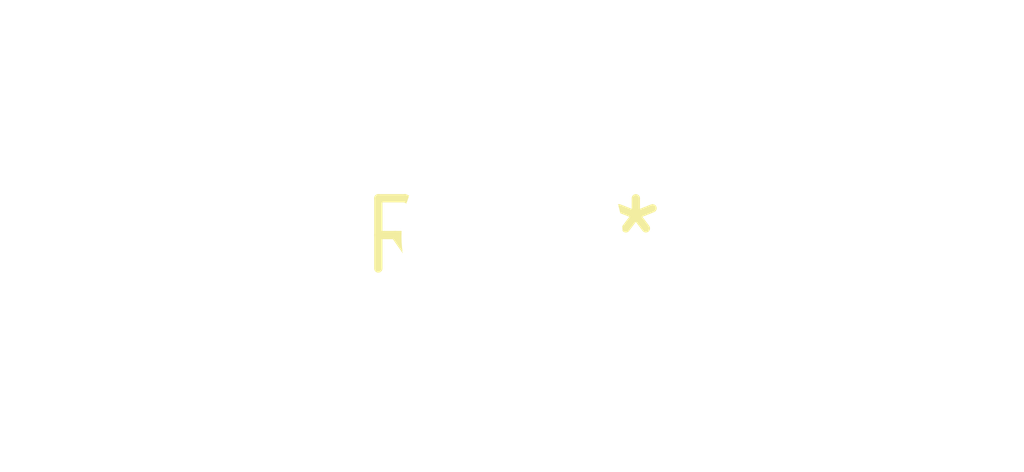
<source format=kicad_pcb>
(kicad_pcb (version 20240108) (generator pcbnew)
  (layers (0 "F.Cu" signal) (31 "B.Cu" signal) (34 "B.Paste" user) (35 "F.Paste" user) (36 "B.SilkS" user "B.Silkscreen") (37 "F.SilkS" user "F.Silkscreen") (38 "B.Mask" user) (39 "F.Mask" user) (44 "Edge.Cuts" user))
  (net 0 "")
  (footprint "MountingHole_4mm" (layer "F.Cu") (at 0 0)
    (property "Reference" "REF**")
    (property "Value" "MountingHole_4mm")
    (pad "" np_thru_hole circle (at 0 0) (size 4 4) (drill 4) (layers *.Cu *.Mask))
  )
)
</source>
